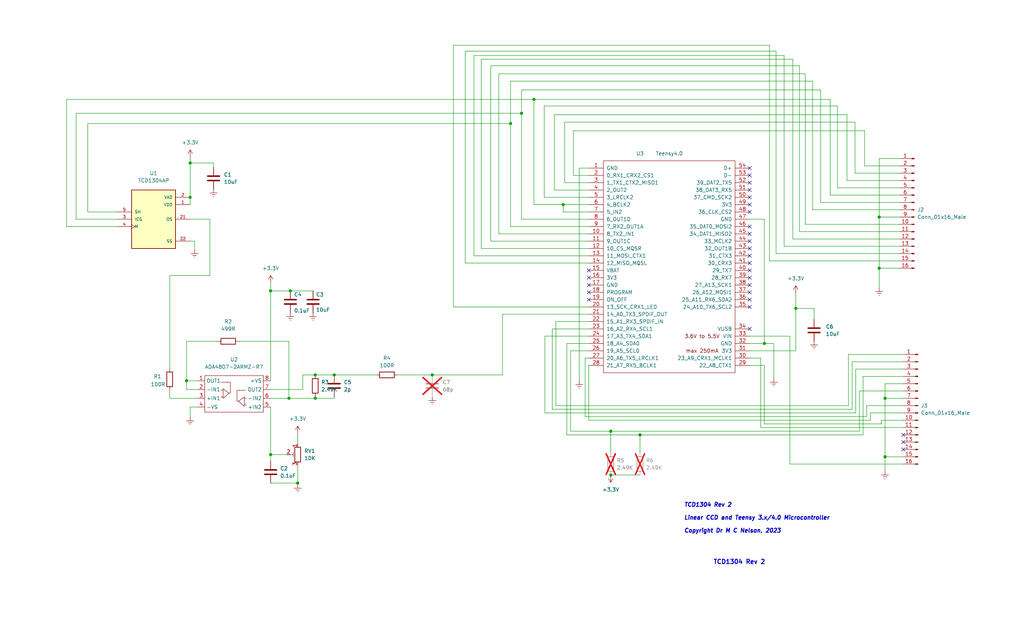
<source format=kicad_sch>
(kicad_sch (version 20250114) (generator "eeschema") (generator_version "9.0")
  (paper "USLegal")
  (lib_symbols
    (symbol "ADA4896-2:ADA4896-2"
      (property "Reference" "U" (at 0 5.08 0))
      (property "Value" "ADA4896-2" (at 0.508 7.874 0))
      (symbol "ADA4896-2_0_1"
        (polyline (pts (xy -10.16 6.35) (xy -10.16 -6.35) (xy 10.16 -6.35) (xy 10.16 6.35) (xy -10.16 6.35)))
        (polyline (pts (xy -3.81 1.778) (xy -3.81 -1.524) (xy -1.778 0.254) (xy -3.81 1.778)))
        (polyline (pts (xy -3.81 1.27) (xy -4.572 1.27)))
        (polyline (pts (xy -3.81 1.27) (xy -3.81 1.27)))
        (polyline (pts (xy -3.81 -1.016) (xy -4.572 -1.016)))
        (polyline (pts (xy -2.032 4.064) (xy -4.572 4.064)))
        (polyline (pts (xy -1.778 0.254) (xy -1.27 0.254) (xy -1.27 4.064) (xy -2.032 4.064)))
        (polyline (pts (xy 1.524 -2.54) (xy 1.016 -2.54) (xy 1.016 1.27) (xy 1.778 1.27)))
        (polyline (pts (xy 3.556 -1.016) (xy 3.556 -4.318) (xy 1.524 -2.54) (xy 3.556 -1.016)))
        (polyline (pts (xy 3.556 -1.524) (xy 3.556 -1.524)))
        (polyline (pts (xy 3.556 -1.524) (xy 4.318 -1.524)))
        (polyline (pts (xy 3.556 -3.81) (xy 4.318 -3.81)))
        (polyline (pts (xy 4.064 1.27) (xy 1.778 1.27)))
        (pin output line (at -12.7 4.572 0) (length 2.54) (name "OUT1") (number "1"))
        (pin input line (at -12.7 1.524 0) (length 2.54) (name "-IN1") (number "2"))
        (pin input line (at -12.7 -1.524 0) (length 2.54) (name "+IN1") (number "3"))
        (pin power_in line (at -12.7 -4.572 0) (length 2.54) (name "-VS") (number "4"))
        (pin power_in line (at 12.7 4.572 180) (length 2.54) (name "+VS") (number "8"))
        (pin output line (at 12.7 1.524 180) (length 2.54) (name "OUT2") (number "7"))
        (pin input line (at 12.7 -1.524 180) (length 2.54) (name "-IN2") (number "6"))
        (pin input line (at 12.7 -4.572 180) (length 2.54) (name "+IN2") (number "5"))
      )
    )
    (symbol "Connector:Conn_01x16_Male" (pin_names (offset 1.016) (hide yes))
      (property "Reference" "J" (at 0 20.32 0))
      (property "Value" "Conn_01x16_Male" (at 0 -22.86 0))
      (symbol "Conn_01x16_Male_1_1"
        (rectangle (start 0.8636 17.907) (end 0 17.653) (stroke (width 0.1524)) (fill (type outline)))
        (rectangle (start 0.8636 15.367) (end 0 15.113) (stroke (width 0.1524)) (fill (type outline)))
        (rectangle (start 0.8636 12.827) (end 0 12.573) (stroke (width 0.1524)) (fill (type outline)))
        (rectangle (start 0.8636 10.287) (end 0 10.033) (stroke (width 0.1524)) (fill (type outline)))
        (rectangle (start 0.8636 7.747) (end 0 7.493) (stroke (width 0.1524)) (fill (type outline)))
        (rectangle (start 0.8636 5.207) (end 0 4.953) (stroke (width 0.1524)) (fill (type outline)))
        (rectangle (start 0.8636 2.667) (end 0 2.413) (stroke (width 0.1524)) (fill (type outline)))
        (rectangle (start 0.8636 0.127) (end 0 -0.127) (stroke (width 0.1524)) (fill (type outline)))
        (rectangle (start 0.8636 -2.413) (end 0 -2.667) (stroke (width 0.1524)) (fill (type outline)))
        (rectangle (start 0.8636 -4.953) (end 0 -5.207) (stroke (width 0.1524)) (fill (type outline)))
        (rectangle (start 0.8636 -7.493) (end 0 -7.747) (stroke (width 0.1524)) (fill (type outline)))
        (rectangle (start 0.8636 -10.033) (end 0 -10.287) (stroke (width 0.1524)) (fill (type outline)))
        (rectangle (start 0.8636 -12.573) (end 0 -12.827) (stroke (width 0.1524)) (fill (type outline)))
        (rectangle (start 0.8636 -15.113) (end 0 -15.367) (stroke (width 0.1524)) (fill (type outline)))
        (rectangle (start 0.8636 -17.653) (end 0 -17.907) (stroke (width 0.1524)) (fill (type outline)))
        (rectangle (start 0.8636 -20.193) (end 0 -20.447) (stroke (width 0.1524)) (fill (type outline)))
        (polyline (pts (xy 1.27 17.78) (xy 0.8636 17.78)) (stroke (width 0.1524)))
        (polyline (pts (xy 1.27 15.24) (xy 0.8636 15.24)) (stroke (width 0.1524)))
        (polyline (pts (xy 1.27 12.7) (xy 0.8636 12.7)) (stroke (width 0.1524)))
        (polyline (pts (xy 1.27 10.16) (xy 0.8636 10.16)) (stroke (width 0.1524)))
        (polyline (pts (xy 1.27 7.62) (xy 0.8636 7.62)) (stroke (width 0.1524)))
        (polyline (pts (xy 1.27 5.08) (xy 0.8636 5.08)) (stroke (width 0.1524)))
        (polyline (pts (xy 1.27 2.54) (xy 0.8636 2.54)) (stroke (width 0.1524)))
        (polyline (pts (xy 1.27 0) (xy 0.8636 0)) (stroke (width 0.1524)))
        (polyline (pts (xy 1.27 -2.54) (xy 0.8636 -2.54)) (stroke (width 0.1524)))
        (polyline (pts (xy 1.27 -5.08) (xy 0.8636 -5.08)) (stroke (width 0.1524)))
        (polyline (pts (xy 1.27 -7.62) (xy 0.8636 -7.62)) (stroke (width 0.1524)))
        (polyline (pts (xy 1.27 -10.16) (xy 0.8636 -10.16)) (stroke (width 0.1524)))
        (polyline (pts (xy 1.27 -12.7) (xy 0.8636 -12.7)) (stroke (width 0.1524)))
        (polyline (pts (xy 1.27 -15.24) (xy 0.8636 -15.24)) (stroke (width 0.1524)))
        (polyline (pts (xy 1.27 -17.78) (xy 0.8636 -17.78)) (stroke (width 0.1524)))
        (polyline (pts (xy 1.27 -20.32) (xy 0.8636 -20.32)) (stroke (width 0.1524)))
        (pin passive line (at 5.08 17.78 180) (length 3.81) (name "Pin_1") (number "1"))
        (pin passive line (at 5.08 15.24 180) (length 3.81) (name "Pin_2") (number "2"))
        (pin passive line (at 5.08 12.7 180) (length 3.81) (name "Pin_3") (number "3"))
        (pin passive line (at 5.08 10.16 180) (length 3.81) (name "Pin_4") (number "4"))
        (pin passive line (at 5.08 7.62 180) (length 3.81) (name "Pin_5") (number "5"))
        (pin passive line (at 5.08 5.08 180) (length 3.81) (name "Pin_6") (number "6"))
        (pin passive line (at 5.08 2.54 180) (length 3.81) (name "Pin_7") (number "7"))
        (pin passive line (at 5.08 0 180) (length 3.81) (name "Pin_8") (number "8"))
        (pin passive line (at 5.08 -2.54 180) (length 3.81) (name "Pin_9") (number "9"))
        (pin passive line (at 5.08 -5.08 180) (length 3.81) (name "Pin_10") (number "10"))
        (pin passive line (at 5.08 -7.62 180) (length 3.81) (name "Pin_11") (number "11"))
        (pin passive line (at 5.08 -10.16 180) (length 3.81) (name "Pin_12") (number "12"))
        (pin passive line (at 5.08 -12.7 180) (length 3.81) (name "Pin_13") (number "13"))
        (pin passive line (at 5.08 -15.24 180) (length 3.81) (name "Pin_14") (number "14"))
        (pin passive line (at 5.08 -17.78 180) (length 3.81) (name "Pin_15") (number "15"))
        (pin passive line (at 5.08 -20.32 180) (length 3.81) (name "Pin_16") (number "16"))
      )
    )
    (symbol "Device:C" (pin_numbers (hide yes)) (pin_names (offset 0.254))
      (property "Reference" "C" (at 0.635 2.54 0))
      (property "Value" "C" (at 0.635 -2.54 0))
      (symbol "C_0_1"
        (polyline (pts (xy -2.032 0.762) (xy 2.032 0.762)) (stroke (width 0.508)))
        (polyline (pts (xy -2.032 -0.762) (xy 2.032 -0.762)) (stroke (width 0.508)))
      )
      (symbol "C_1_1"
        (pin passive line (at 0 3.81 270) (length 2.794) (name "~") (number "1"))
        (pin passive line (at 0 -3.81 90) (length 2.794) (name "~") (number "2"))
      )
    )
    (symbol "Device:R" (pin_numbers (hide yes)) (pin_names (offset 0))
      (property "Reference" "R" (at 2.032 0 90))
      (property "Value" "R" (at 0 0 90))
      (symbol "R_0_1"
        (rectangle (start -1.016 -2.54) (end 1.016 2.54) (stroke (width 0.254)))
      )
      (symbol "R_1_1"
        (pin passive line (at 0 3.81 270) (length 1.27) (name "~") (number "1"))
        (pin passive line (at 0 -3.81 90) (length 1.27) (name "~") (number "2"))
      )
    )
    (symbol "Device:R_Potentiometer_Trim" (pin_names (offset 1.016) (hide yes))
      (property "Reference" "RV" (at -4.445 0 90))
      (property "Value" "R_Potentiometer_Trim" (at -2.54 0 90))
      (symbol "R_Potentiometer_Trim_0_1"
        (rectangle (start 1.016 2.54) (end -1.016 -2.54) (stroke (width 0.254)))
        (polyline (pts (xy 1.524 0.762) (xy 1.524 -0.762)))
        (polyline (pts (xy 2.54 0) (xy 1.524 0)))
      )
      (symbol "R_Potentiometer_Trim_1_1"
        (pin passive line (at 0 3.81 270) (length 1.27) (name "1") (number "1"))
        (pin passive line (at 0 -3.81 90) (length 1.27) (name "3") (number "3"))
        (pin passive line (at 3.81 0 180) (length 1.27) (name "2") (number "2"))
      )
    )
    (symbol "TCD1304AP:TCD1304AP" (pin_names (offset 1.016))
      (property "Reference" "U" (at -7.6308 10.6831 0))
      (property "Value" "TCD1304AP" (at -7.636 -12.7267 0))
      (symbol "TCD1304AP_0_0"
        (rectangle (start -7.62 -10.16) (end 7.62 10.16) (stroke (width 0.254)) (fill (type background)))
        (pin input line (at -12.7 2.54 0) (length 5.08) (name "SH") (number "5"))
        (pin input line (at -12.7 0 0) (length 5.08) (name "ICG") (number "3"))
        (pin input clock (at -12.7 -2.54 0) (length 5.08) (name "M") (number "4"))
        (pin power_in line (at 12.7 7.62 180) (length 5.08) (name "VAD") (number "2"))
        (pin power_in line (at 12.7 5.08 180) (length 5.08) (name "VDD") (number "1"))
        (pin output line (at 12.7 0 180) (length 5.08) (name "OS") (number "21"))
        (pin power_in line (at 12.7 -7.62 180) (length 5.08) (name "SS") (number "22"))
      )
    )
    (symbol "Teensy:Teensy4.0" (pin_names (offset 1.016))
      (property "Reference" "U" (at 0 39.37 0))
      (property "Value" "Teensy4.0" (at 0 -39.37 0))
      (symbol "Teensy4.0_0_0"
        (text "3.6V to 5.5V" (at 11.43 -24.13 0) (effects (font (size 1.27 1.27))))
        (text "max 250mA" (at 11.43 -29.21 0) (effects (font (size 1.27 1.27))))
        (pin bidirectional line (at -27.94 24.13 0) (length 5.08) (name "3_LRCLK2") (number "5"))
        (pin bidirectional line (at -27.94 21.59 0) (length 5.08) (name "4_BCLK2") (number "6"))
        (pin bidirectional line (at -27.94 19.05 0) (length 5.08) (name "5_IN2") (number "7"))
        (pin bidirectional line (at -27.94 16.51 0) (length 5.08) (name "6_OUT1D") (number "8"))
        (pin bidirectional line (at -27.94 13.97 0) (length 5.08) (name "7_RX2_OUT1A") (number "9"))
        (pin bidirectional line (at -27.94 11.43 0) (length 5.08) (name "8_TX2_IN1") (number "10"))
        (pin bidirectional line (at -27.94 8.89 0) (length 5.08) (name "9_OUT1C") (number "11"))
        (pin bidirectional line (at -27.94 6.35 0) (length 5.08) (name "10_CS_MQSR") (number "12"))
        (pin bidirectional line (at -27.94 3.81 0) (length 5.08) (name "11_MOSI_CTX1") (number "13"))
        (pin bidirectional line (at -27.94 1.27 0) (length 5.08) (name "12_MISO_MQSL") (number "14"))
        (pin power_in line (at -27.94 -1.27 0) (length 5.08) (name "VBAT") (number "15"))
        (pin power_in line (at -27.94 -3.81 0) (length 5.08) (name "3V3") (number "16"))
        (pin power_in line (at -27.94 -6.35 0) (length 5.08) (name "GND") (number "17"))
        (pin input line (at -27.94 -8.89 0) (length 5.08) (name "PROGRAM") (number "18"))
        (pin input line (at -27.94 -11.43 0) (length 5.08) (name "ON_OFF") (number "19"))
        (pin bidirectional line (at -27.94 -13.97 0) (length 5.08) (name "13_SCK_CRX1_LED") (number "20"))
        (pin bidirectional line (at -27.94 -16.51 0) (length 5.08) (name "14_A0_TX3_SPDIF_OUT") (number "21"))
        (pin bidirectional line (at -27.94 -19.05 0) (length 5.08) (name "15_A1_RX3_SPDIF_IN") (number "22"))
        (pin bidirectional line (at -27.94 -21.59 0) (length 5.08) (name "16_A2_RX4_SCL1") (number "23"))
        (pin bidirectional line (at -27.94 -24.13 0) (length 5.08) (name "17_A3_TX4_SDA1") (number "24"))
        (pin bidirectional line (at -27.94 -26.67 0) (length 5.08) (name "18_A4_SDA0") (number "25"))
        (pin bidirectional line (at -27.94 -29.21 0) (length 5.08) (name "19_A5_SCL0") (number "26"))
        (pin bidirectional line (at -27.94 -31.75 0) (length 5.08) (name "20_A6_TX5_LRCLK1") (number "27"))
        (pin bidirectional line (at -27.94 -34.29 0) (length 5.08) (name "21_A7_RX5_BCLK1") (number "28"))
        (pin bidirectional line (at 27.94 34.29 180) (length 5.08) (name "D+") (number "54"))
        (pin bidirectional line (at 27.94 31.75 180) (length 5.08) (name "D-") (number "53"))
        (pin bidirectional line (at 27.94 29.21 180) (length 5.08) (name "39_DAT2_TX5") (number "52"))
        (pin bidirectional line (at 27.94 26.67 180) (length 5.08) (name "38_DAT3_RX5") (number "51"))
        (pin bidirectional line (at 27.94 24.13 180) (length 5.08) (name "37_CMD_SCK2") (number "50"))
        (pin power_out line (at 27.94 21.59 180) (length 5.08) (name "3V3") (number "49"))
        (pin bidirectional line (at 27.94 19.05 180) (length 5.08) (name "36_CLK_CS2") (number "48"))
        (pin power_out line (at 27.94 16.51 180) (length 5.08) (name "GND") (number "47"))
        (pin bidirectional line (at 27.94 13.97 180) (length 5.08) (name "35_DAT0_MOSI2") (number "46"))
        (pin bidirectional line (at 27.94 11.43 180) (length 5.08) (name "34_DAT1_MISO2") (number "45"))
        (pin bidirectional line (at 27.94 8.89 180) (length 5.08) (name "33_MCLK2") (number "44"))
        (pin bidirectional line (at 27.94 6.35 180) (length 5.08) (name "32_OUT1B") (number "43"))
        (pin bidirectional line (at 27.94 3.81 180) (length 5.08) (name "31_CTX3") (number "42"))
        (pin bidirectional line (at 27.94 1.27 180) (length 5.08) (name "30_CRX3") (number "41"))
        (pin bidirectional line (at 27.94 -1.27 180) (length 5.08) (name "29_TX7") (number "40"))
        (pin bidirectional line (at 27.94 -3.81 180) (length 5.08) (name "28_RX7") (number "39"))
        (pin bidirectional line (at 27.94 -6.35 180) (length 5.08) (name "27_A13_SCK1") (number "38"))
        (pin bidirectional line (at 27.94 -8.89 180) (length 5.08) (name "26_A12_MOSI1") (number "37"))
        (pin bidirectional line (at 27.94 -11.43 180) (length 5.08) (name "25_A11_RX6_SDA2") (number "36"))
        (pin bidirectional line (at 27.94 -13.97 180) (length 5.08) (name "24_A10_TX6_SCL2") (number "35"))
        (pin power_out line (at 27.94 -21.59 180) (length 5.08) (name "VUSB") (number "34"))
        (pin power_in line (at 27.94 -24.13 180) (length 5.08) (name "VIN") (number "33"))
        (pin power_in line (at 27.94 -26.67 180) (length 5.08) (name "GND") (number "32"))
        (pin power_out line (at 27.94 -29.21 180) (length 5.08) (name "3V3") (number "31"))
        (pin bidirectional line (at 27.94 -31.75 180) (length 5.08) (name "23_A9_CRX1_MCLK1") (number "30"))
        (pin bidirectional line (at 27.94 -34.29 180) (length 5.08) (name "22_A8_CTX1") (number "29"))
      )
      (symbol "Teensy4.0_0_1"
        (rectangle (start -22.86 36.83) (end 22.86 -36.83))
        (rectangle (start -20.32 -31.75) (end -20.32 -31.75))
      )
      (symbol "Teensy4.0_1_1"
        (pin power_in line (at -27.94 34.29 0) (length 5.08) (name "GND") (number "1"))
        (pin bidirectional line (at -27.94 31.75 0) (length 5.08) (name "0_RX1_CRX2_CS1") (number "2"))
        (pin bidirectional line (at -27.94 29.21 0) (length 5.08) (name "1_TX1_CTX2_MISO1") (number "3"))
        (pin bidirectional line (at -27.94 26.67 0) (length 5.08) (name "2_OUT2") (number "4"))
      )
    )
    (symbol "power:+3.3V" (power) (pin_names (offset 0))
      (property "Value" "+3.3V" (at 0 3.556 0))
      (symbol "+3.3V_0_1"
        (polyline (pts (xy -0.762 1.27) (xy 0 2.54)))
        (polyline (pts (xy 0 2.54) (xy 0.762 1.27)))
        (polyline (pts (xy 0 0) (xy 0 2.54)))
      )
      (symbol "+3.3V_1_1"
        (pin power_in line (at 0 0 90) (length 0) (hide yes) (name "+3.3V") (number "1"))
      )
    )
    (symbol "power:Earth" (power) (pin_names (offset 0))
      (symbol "Earth_0_1"
        (polyline (pts (xy -0.635 -1.905) (xy 0.635 -1.905)))
        (polyline (pts (xy -0.127 -2.54) (xy 0.127 -2.54)))
        (polyline (pts (xy 0 -1.27) (xy 0 0)))
        (polyline (pts (xy 1.27 -1.27) (xy -1.27 -1.27)))
      )
      (symbol "Earth_1_1"
        (pin power_in line (at 0 0 270) (length 0) (hide yes) (name "Earth") (number "1"))
      )
    )
  )
  (text "TCD1304 Rev 2\n\nLinear CCD and Teensy 3.x/4.0 Microcontroller\n\nCopyright Dr M C Nelson, 2023" (at 237.49 185.42 0) (effects (font (size 1.397 1.397) (thickness 0.3048) (bold yes) (italic yes)) (justify left bottom)))
  (text "TCD1304 Rev 2" (at 247.65 196.342 0) (effects (font (size 1.524 1.524) (thickness 0.3048) (bold yes)) (justify left bottom)))
  (junction (at 307.34 158.75))
  (junction (at 109.474 130.302))
  (junction (at 93.98 101.092))
  (junction (at 150.114 130.302))
  (junction (at 305.308 75.438))
  (junction (at 222.25 151.13))
  (junction (at 276.352 107.188))
  (junction (at 93.98 157.988))
  (junction (at 195.58 71.12))
  (junction (at 100.838 101.092))
  (junction (at 307.34 138.43))
  (junction (at 116.078 130.302))
  (junction (at 64.77 132.334))
  (junction (at 100.33 138.43))
  (junction (at 181.102 39.37))
  (junction (at 109.474 138.43))
  (junction (at 177.292 42.926))
  (junction (at 66.04 56.642))
  (junction (at 185.42 34.544))
  (junction (at 212.09 165.1))
  (junction (at 305.308 93.218))
  (junction (at 103.378 167.894))
  (junction (at 265.43 119.38))
  (junction (at 212.09 149.86))
  (junction (at 66.04 68.58))
  (no_connect (at 260.35 91.44))
  (no_connect (at 260.35 99.06))
  (no_connect (at 260.35 101.6))
  (no_connect (at 260.35 104.14))
  (no_connect (at 204.47 101.6))
  (no_connect (at 204.47 104.14))
  (no_connect (at 260.35 83.82))
  (no_connect (at 260.35 106.68))
  (no_connect (at 260.35 114.3))
  (no_connect (at 260.35 96.52))
  (no_connect (at 313.69 153.67))
  (no_connect (at 260.35 78.74))
  (no_connect (at 260.35 73.66))
  (no_connect (at 260.35 68.58))
  (no_connect (at 260.35 63.5))
  (no_connect (at 260.35 88.9))
  (no_connect (at 204.47 96.52))
  (no_connect (at 260.35 93.98))
  (no_connect (at 260.35 66.04))
  (no_connect (at 260.35 71.12))
  (no_connect (at 260.35 58.42))
  (no_connect (at 313.69 151.13))
  (no_connect (at 313.69 156.21))
  (no_connect (at 204.47 93.98))
  (no_connect (at 260.35 81.28))
  (no_connect (at 204.47 99.06))
  (no_connect (at 260.35 60.96))
  (no_connect (at 260.35 86.36))
  (wire (pts (xy 277.622 80.518) (xy 312.42 80.518)))
  (wire (pts (xy 67.564 83.82) (xy 67.564 86.868)))
  (wire (pts (xy 138.176 130.302) (xy 150.114 130.302)))
  (wire (pts (xy 66.04 145.034) (xy 66.04 141.478)))
  (wire (pts (xy 299.72 130.81) (xy 313.69 130.81)))
  (wire (pts (xy 212.09 149.86) (xy 212.09 157.48)))
  (wire (pts (xy 294.64 123.19) (xy 313.69 123.19)))
  (wire (pts (xy 312.42 85.598) (xy 272.288 85.598)))
  (wire (pts (xy 100.33 138.43) (xy 93.98 138.43)))
  (wire (pts (xy 260.35 121.92) (xy 276.352 121.92)))
  (wire (pts (xy 299.72 130.81) (xy 299.72 151.13)))
  (wire (pts (xy 312.42 65.278) (xy 290.83 65.278)))
  (wire (pts (xy 294.132 39.878) (xy 294.132 62.738)))
  (wire (pts (xy 68.58 138.43) (xy 58.928 138.43)))
  (wire (pts (xy 40.64 78.74) (xy 23.114 78.74)))
  (wire (pts (xy 290.83 65.278) (xy 290.83 36.83)))
  (wire (pts (xy 66.04 54.61) (xy 66.04 56.642)))
  (wire (pts (xy 93.98 157.988) (xy 93.98 141.478)))
  (wire (pts (xy 204.47 88.9) (xy 164.592 88.9)))
  (wire (pts (xy 274.32 161.29) (xy 313.69 161.29)))
  (wire (pts (xy 297.18 128.27) (xy 313.69 128.27)))
  (wire (pts (xy 204.47 66.04) (xy 192.532 66.04)))
  (wire (pts (xy 212.09 149.86) (xy 298.45 149.86)))
  (wire (pts (xy 305.308 75.438) (xy 305.308 93.218)))
  (wire (pts (xy 279.654 25.654) (xy 279.654 77.978)))
  (wire (pts (xy 204.47 76.2) (xy 181.102 76.2)))
  (wire (pts (xy 196.088 63.5) (xy 204.47 63.5)))
  (wire (pts (xy 276.352 107.188) (xy 276.352 101.854)))
  (wire (pts (xy 265.43 119.38) (xy 268.732 119.38)))
  (wire (pts (xy 300.99 144.78) (xy 300.99 140.97)))
  (wire (pts (xy 312.42 88.138) (xy 269.494 88.138)))
  (wire (pts (xy 116.078 138.43) (xy 116.078 137.922)))
  (wire (pts (xy 275.336 20.574) (xy 167.132 20.574)))
  (wire (pts (xy 74.168 58.166) (xy 74.168 56.642)))
  (wire (pts (xy 204.47 114.3) (xy 191.77 114.3)))
  (wire (pts (xy 203.2 124.46) (xy 204.47 124.46)))
  (wire (pts (xy 150.114 130.302) (xy 174.498 130.302)))
  (wire (pts (xy 58.928 95.758) (xy 72.898 95.758)))
  (wire (pts (xy 296.926 60.198) (xy 296.926 42.418)))
  (wire (pts (xy 312.42 55.118) (xy 305.308 55.118)))
  (wire (pts (xy 181.102 31.242) (xy 284.988 31.242)))
  (wire (pts (xy 64.77 118.618) (xy 64.77 132.334)))
  (wire (pts (xy 189.23 116.84) (xy 204.47 116.84)))
  (wire (pts (xy 305.308 55.118) (xy 305.308 75.438)))
  (wire (pts (xy 282.194 72.898) (xy 282.194 28.194)))
  (wire (pts (xy 267.208 15.748) (xy 267.208 90.678)))
  (wire (pts (xy 294.132 62.738) (xy 312.42 62.738)))
  (wire (pts (xy 66.04 68.58) (xy 66.04 71.12)))
  (wire (pts (xy 99.568 157.988) (xy 93.98 157.988)))
  (wire (pts (xy 274.32 116.84) (xy 274.32 161.29)))
  (wire (pts (xy 212.09 165.1) (xy 222.25 165.1)))
  (wire (pts (xy 177.292 42.926) (xy 177.292 78.74)))
  (wire (pts (xy 191.77 114.3) (xy 191.77 142.24)))
  (wire (pts (xy 164.592 19.304) (xy 164.592 88.9)))
  (wire (pts (xy 277.622 22.86) (xy 277.622 80.518)))
  (wire (pts (xy 307.34 158.75) (xy 313.69 158.75)))
  (wire (pts (xy 298.45 149.86) (xy 298.45 135.89)))
  (wire (pts (xy 170.434 83.82) (xy 170.434 22.86)))
  (wire (pts (xy 198.12 149.86) (xy 212.09 149.86)))
  (wire (pts (xy 297.18 143.51) (xy 297.18 128.27)))
  (wire (pts (xy 105.156 130.302) (xy 109.474 130.302)))
  (wire (pts (xy 312.42 90.678) (xy 267.208 90.678)))
  (wire (pts (xy 161.544 17.78) (xy 269.494 17.78)))
  (wire (pts (xy 305.308 93.218) (xy 312.42 93.218)))
  (wire (pts (xy 275.336 20.574) (xy 275.336 83.058)))
  (wire (pts (xy 64.77 135.382) (xy 64.77 132.334)))
  (wire (pts (xy 204.47 81.28) (xy 173.228 81.28)))
  (wire (pts (xy 300.228 57.658) (xy 312.42 57.658)))
  (wire (pts (xy 193.04 140.97) (xy 294.64 140.97)))
  (wire (pts (xy 68.58 135.382) (xy 64.77 135.382)))
  (wire (pts (xy 23.114 34.544) (xy 185.42 34.544)))
  (wire (pts (xy 288.29 67.818) (xy 312.42 67.818)))
  (wire (pts (xy 93.98 101.092) (xy 93.98 132.334)))
  (wire (pts (xy 26.416 39.37) (xy 26.416 76.2)))
  (wire (pts (xy 222.25 151.13) (xy 299.72 151.13)))
  (wire (pts (xy 167.132 20.574) (xy 167.132 86.36)))
  (wire (pts (xy 188.976 68.58) (xy 204.47 68.58)))
  (wire (pts (xy 272.288 19.304) (xy 164.592 19.304)))
  (wire (pts (xy 204.47 146.05) (xy 302.26 146.05)))
  (wire (pts (xy 181.102 39.37) (xy 181.102 76.2)))
  (wire (pts (xy 177.292 28.194) (xy 177.292 42.926)))
  (wire (pts (xy 189.23 143.51) (xy 297.18 143.51)))
  (wire (pts (xy 167.132 86.36) (xy 204.47 86.36)))
  (wire (pts (xy 298.45 135.89) (xy 313.69 135.89)))
  (wire (pts (xy 282.702 107.188) (xy 276.352 107.188)))
  (wire (pts (xy 306.07 146.05) (xy 313.69 146.05)))
  (wire (pts (xy 58.928 138.43) (xy 58.928 135.636)))
  (wire (pts (xy 222.25 151.13) (xy 222.25 157.48)))
  (wire (pts (xy 307.34 158.75) (xy 307.34 163.83)))
  (wire (pts (xy 196.85 151.13) (xy 222.25 151.13)))
  (wire (pts (xy 177.292 78.74) (xy 204.47 78.74)))
  (wire (pts (xy 204.47 121.92) (xy 198.12 121.92)))
  (wire (pts (xy 58.928 128.016) (xy 58.928 95.758)))
  (wire (pts (xy 192.532 39.878) (xy 294.132 39.878)))
  (wire (pts (xy 260.35 124.46) (xy 264.16 124.46)))
  (wire (pts (xy 260.35 76.2) (xy 265.43 76.2)))
  (wire (pts (xy 199.136 60.96) (xy 199.136 45.466)))
  (wire (pts (xy 103.378 161.798) (xy 103.378 167.894)))
  (wire (pts (xy 203.2 144.78) (xy 300.99 144.78)))
  (wire (pts (xy 30.48 73.66) (xy 40.64 73.66)))
  (wire (pts (xy 100.33 118.618) (xy 100.33 138.43)))
  (wire (pts (xy 185.42 34.544) (xy 185.42 71.12)))
  (wire (pts (xy 109.474 137.922) (xy 109.474 138.43)))
  (wire (pts (xy 268.732 119.38) (xy 268.732 131.572)))
  (wire (pts (xy 272.288 19.304) (xy 272.288 85.598)))
  (wire (pts (xy 204.47 83.82) (xy 170.434 83.82)))
  (wire (pts (xy 288.29 34.544) (xy 288.29 67.818)))
  (wire (pts (xy 193.04 140.97) (xy 193.04 111.76)))
  (wire (pts (xy 312.42 72.898) (xy 282.194 72.898)))
  (wire (pts (xy 26.416 76.2) (xy 40.64 76.2)))
  (wire (pts (xy 103.378 167.894) (xy 103.378 168.402)))
  (wire (pts (xy 193.04 111.76) (xy 204.47 111.76)))
  (wire (pts (xy 83.058 118.618) (xy 100.33 118.618)))
  (wire (pts (xy 181.102 39.37) (xy 181.102 31.242)))
  (wire (pts (xy 296.926 42.418) (xy 196.088 42.418)))
  (wire (pts (xy 191.77 142.24) (xy 295.91 142.24)))
  (wire (pts (xy 196.088 42.418) (xy 196.088 63.5)))
  (wire (pts (xy 290.83 36.83) (xy 188.976 36.83)))
  (wire (pts (xy 312.42 60.198) (xy 296.926 60.198)))
  (wire (pts (xy 204.47 119.38) (xy 196.85 119.38)))
  (wire (pts (xy 264.16 148.59) (xy 313.69 148.59)))
  (wire (pts (xy 109.474 138.43) (xy 116.078 138.43)))
  (wire (pts (xy 265.43 127) (xy 265.43 147.32)))
  (wire (pts (xy 93.98 167.894) (xy 103.378 167.894)))
  (wire (pts (xy 295.91 125.73) (xy 313.69 125.73)))
  (wire (pts (xy 305.308 93.218) (xy 305.308 100.076)))
  (wire (pts (xy 161.544 91.44) (xy 161.544 17.78)))
  (wire (pts (xy 264.16 124.46) (xy 264.16 148.59)))
  (wire (pts (xy 26.416 39.37) (xy 181.102 39.37)))
  (wire (pts (xy 188.976 36.83) (xy 188.976 68.58)))
  (wire (pts (xy 204.47 71.12) (xy 195.58 71.12)))
  (wire (pts (xy 302.26 146.05) (xy 302.26 143.51)))
  (wire (pts (xy 195.58 71.12) (xy 195.58 73.66)))
  (wire (pts (xy 199.136 45.466) (xy 300.228 45.466)))
  (wire (pts (xy 300.228 45.466) (xy 300.228 57.658)))
  (wire (pts (xy 204.47 91.44) (xy 161.544 91.44)))
  (wire (pts (xy 66.04 83.82) (xy 67.564 83.82)))
  (wire (pts (xy 195.58 73.66) (xy 204.47 73.66)))
  (wire (pts (xy 116.078 130.302) (xy 130.556 130.302)))
  (wire (pts (xy 260.35 116.84) (xy 274.32 116.84)))
  (wire (pts (xy 282.702 107.188) (xy 282.702 110.998)))
  (wire (pts (xy 313.69 133.35) (xy 307.34 133.35)))
  (wire (pts (xy 72.898 95.758) (xy 72.898 76.2)))
  (wire (pts (xy 109.474 130.302) (xy 116.078 130.302)))
  (wire (pts (xy 282.194 28.194) (xy 177.292 28.194)))
  (wire (pts (xy 279.654 77.978) (xy 312.42 77.978)))
  (wire (pts (xy 174.498 130.302) (xy 174.498 109.22)))
  (wire (pts (xy 30.48 42.926) (xy 30.48 73.66)))
  (wire (pts (xy 295.91 142.24) (xy 295.91 125.73)))
  (wire (pts (xy 105.156 135.382) (xy 105.156 130.302)))
  (wire (pts (xy 157.48 106.68) (xy 204.47 106.68)))
  (wire (pts (xy 302.26 143.51) (xy 313.69 143.51)))
  (wire (pts (xy 75.438 118.618) (xy 64.77 118.618)))
  (wire (pts (xy 307.34 138.43) (xy 307.34 158.75)))
  (wire (pts (xy 173.228 25.654) (xy 279.654 25.654)))
  (wire (pts (xy 265.43 147.32) (xy 306.07 147.32)))
  (wire (pts (xy 260.35 127) (xy 265.43 127)))
  (wire (pts (xy 203.2 124.46) (xy 203.2 144.78)))
  (wire (pts (xy 284.988 31.242) (xy 284.988 70.358)))
  (wire (pts (xy 174.498 109.22) (xy 204.47 109.22)))
  (wire (pts (xy 196.85 119.38) (xy 196.85 151.13)))
  (wire (pts (xy 66.04 76.2) (xy 72.898 76.2)))
  (wire (pts (xy 204.47 60.96) (xy 199.136 60.96)))
  (wire (pts (xy 260.35 119.38) (xy 265.43 119.38)))
  (wire (pts (xy 93.98 157.988) (xy 93.98 160.274)))
  (wire (pts (xy 204.47 127) (xy 204.47 146.05)))
  (wire (pts (xy 198.12 121.92) (xy 198.12 149.86)))
  (wire (pts (xy 30.48 42.926) (xy 177.292 42.926)))
  (wire (pts (xy 23.114 78.74) (xy 23.114 34.544)))
  (wire (pts (xy 192.532 66.04) (xy 192.532 39.878)))
  (wire (pts (xy 157.48 15.748) (xy 267.208 15.748)))
  (wire (pts (xy 170.434 22.86) (xy 277.622 22.86)))
  (wire (pts (xy 93.98 98.298) (xy 93.98 101.092)))
  (wire (pts (xy 74.168 56.642) (xy 66.04 56.642)))
  (wire (pts (xy 307.34 133.35) (xy 307.34 138.43)))
  (wire (pts (xy 276.352 121.92) (xy 276.352 107.188)))
  (wire (pts (xy 93.98 135.382) (xy 105.156 135.382)))
  (wire (pts (xy 157.48 106.68) (xy 157.48 15.748)))
  (wire (pts (xy 201.168 132.334) (xy 201.168 58.42)))
  (wire (pts (xy 185.42 71.12) (xy 195.58 71.12)))
  (wire (pts (xy 66.04 56.642) (xy 66.04 68.58)))
  (wire (pts (xy 108.712 101.092) (xy 100.838 101.092)))
  (wire (pts (xy 201.168 58.42) (xy 204.47 58.42)))
  (wire (pts (xy 275.336 83.058) (xy 312.42 83.058)))
  (wire (pts (xy 64.77 132.334) (xy 68.58 132.334)))
  (wire (pts (xy 294.64 140.97) (xy 294.64 123.19)))
  (wire (pts (xy 269.494 17.78) (xy 269.494 88.138)))
  (wire (pts (xy 300.99 140.97) (xy 313.69 140.97)))
  (wire (pts (xy 93.98 101.092) (xy 100.838 101.092)))
  (wire (pts (xy 284.988 70.358) (xy 312.42 70.358)))
  (wire (pts (xy 103.378 150.622) (xy 103.378 154.178)))
  (wire (pts (xy 189.23 143.51) (xy 189.23 116.84)))
  (wire (pts (xy 307.34 138.43) (xy 313.69 138.43)))
  (wire (pts (xy 305.308 75.438) (xy 312.42 75.438)))
  (wire (pts (xy 100.33 138.43) (xy 109.474 138.43)))
  (wire (pts (xy 185.42 34.544) (xy 288.29 34.544)))
  (wire (pts (xy 306.07 147.32) (xy 306.07 146.05)))
  (wire (pts (xy 265.43 76.2) (xy 265.43 119.38)))
  (wire (pts (xy 173.228 81.28) (xy 173.228 25.654)))
  (wire (pts (xy 66.04 141.478) (xy 68.58 141.478)))
  (symbol (lib_id "power:Earth") (at 305.308 100.076 0) (mirror y) (unit 1)
    (property "Reference" "#PWR020" (effects (hide yes)))
    (property "Value" "Earth" (effects (hide yes)))
  )
  (symbol (lib_id "Device:R") (at 58.928 131.826 0) (unit 1)
    (property "Reference" "R1" (at 53.34 130.81 0) (effects (justify left)))
    (property "Value" "100R" (at 52.324 133.604 0) (effects (justify left)))
    (property "Footprint" "Resistor_SMD:R_0805_2012Metric_Pad1.20x1.40mm_HandSolder" (effects (hide yes)))
    (property "Description" "RES 100 OHM 1% 1/8W 0603" (effects (hide yes)))
    (property "Digikey" "2019-RK73H1JTTD1000FCT-ND" (effects (hide yes)))
  )
  (symbol (lib_id "ADA4896-2:ADA4896-2") (at 81.28 136.906 0) (unit 1)
    (property "Reference" "U2" (at 81.28 124.968 0))
    (property "Value" "ADA4807-2ARMZ-R7" (at 81.28 127.508 0))
    (property "Footprint" "Package_SO:MSOP-8_3x3mm_P0.65mm" (effects (hide yes)))
    (property "Description" "IC VOLTAGE FEEDBACK 2 CIRC 8MSOP" (effects (hide yes)))
    (property "Digikey" "ADA4807-2ARMZ-R7CT-ND" (effects (hide yes)))
  )
  (symbol (lib_id "Device:C") (at 282.702 114.808 0) (unit 1)
    (property "Reference" "C6" (at 286.766 113.5379 0) (effects (justify left)))
    (property "Value" "10uF" (at 286.766 116.0779 0) (effects (justify left)))
    (property "Footprint" "Capacitor_SMD:C_0805_2012Metric_Pad1.18x1.45mm_HandSolder" (effects (hide yes)))
    (property "Description" "CAP CER 10UF 16V X5R 0603" (effects (hide yes)))
    (property "Digikey" "490-12317-1-ND" (effects (hide yes)))
  )
  (symbol (lib_id "Device:R") (at 79.248 118.618 90) (unit 1)
    (property "Reference" "R2" (at 79.248 111.76 90))
    (property "Value" "499R" (at 79.248 114.3 90))
    (property "Footprint" "Resistor_SMD:R_0805_2012Metric_Pad1.20x1.40mm_HandSolder" (effects (hide yes)))
    (property "Description" "RES 499 OHM 1% 1/8W 0603" (effects (hide yes)))
    (property "Digikey" "2019-RK73H1JTTD4990FCT-ND" (effects (hide yes)))
  )
  (symbol (lib_id "power:Earth") (at 201.168 132.334 0) (mirror y) (unit 1)
    (property "Reference" "#PWR013" (effects (hide yes)))
    (property "Value" "Earth" (effects (hide yes)))
  )
  (symbol (lib_id "Device:C") (at 74.168 61.976 0) (unit 1)
    (property "Reference" "C1" (at 77.724 60.7059 0) (effects (justify left)))
    (property "Value" "10uF" (at 77.724 63.2459 0) (effects (justify left)))
    (property "Footprint" "Capacitor_SMD:C_0805_2012Metric_Pad1.18x1.45mm_HandSolder" (effects (hide yes)))
    (property "Description" "CAP CER 10UF 16V X5R 0603" (effects (hide yes)))
    (property "Digikey" "490-12317-1-ND" (effects (hide yes)))
  )
  (symbol (lib_id "power:Earth") (at 103.378 168.402 0) (mirror y) (unit 1)
    (property "Reference" "#PWR08" (effects (hide yes)))
    (property "Value" "Earth" (effects (hide yes)))
  )
  (symbol (lib_id "Device:C") (at 150.114 134.112 0) (unit 1) (dnp yes)
    (property "Reference" "C7" (at 153.67 132.8419 0) (effects (justify left)))
    (property "Value" "68p" (at 153.67 135.3819 0) (effects (justify left)))
    (property "Footprint" "Capacitor_SMD:C_0805_2012Metric_Pad1.18x1.45mm_HandSolder" (effects (hide yes)))
    (property "Description" "CAP CER 0603 1NF 16V X7R 5%" (effects (hide yes)))
    (property "Digikey" "1276-1135-1-ND" (effects (hide yes)))
  )
  (symbol (lib_id "Device:R_Potentiometer_Trim") (at 103.378 157.988 0) (mirror y) (unit 1)
    (property "Reference" "RV1" (at 105.664 156.7179 0) (effects (justify right)))
    (property "Value" "10K" (at 105.664 159.2579 0) (effects (justify right)))
    (property "Footprint" "BournsTrimPot_3296W-1-502LF:TRIM_3296W-1-502LF" (effects (hide yes)))
    (property "Description" "TRIMMER 10K OHM 0.5W PC PIN TOP" (effects (hide yes)))
    (property "Digikey" "3296W-103LF-ND" (effects (hide yes)))
  )
  (symbol (lib_id "Connector:Conn_01x16_Male") (at 317.5 72.898 0) (mirror y) (unit 1)
    (property "Reference" "J2" (at 318.516 72.8979 0) (effects (justify right)))
    (property "Value" "Conn_01x16_Male" (at 318.516 75.4379 0) (effects (justify right)))
    (property "Footprint" "Connector_PinHeader_2.54mm:PinHeader_1x16_P2.54mm_Vertical" (effects (hide yes)))
    (property "Description" "CONN HEADER VERT 16POS 2.54MM" (effects (hide yes)))
    (property "Digikey" "3M156268-16-ND" (effects (hide yes)))
  )
  (symbol (lib_id "power:+3.3V") (at 276.352 101.854 0) (unit 1)
    (property "Reference" "#PWR017" (effects (hide yes)))
    (property "Value" "+3.3V" (at 276.352 96.774 0))
  )
  (symbol (lib_id "power:Earth") (at 268.732 131.572 0) (mirror y) (unit 1)
    (property "Reference" "#PWR016" (effects (hide yes)))
    (property "Value" "Earth" (effects (hide yes)))
  )
  (symbol (lib_id "Device:R") (at 109.474 134.112 0) (unit 1)
    (property "Reference" "R3" (at 111.506 132.8419 0) (effects (justify left)))
    (property "Value" "2.49K" (at 111.506 135.3819 0) (effects (justify left)))
    (property "Footprint" "Resistor_SMD:R_0805_2012Metric_Pad1.20x1.40mm_HandSolder" (effects (hide yes)))
    (property "Description" "RES 2.49K OHM 1% 1/10W 0603" (effects (hide yes)))
    (property "Digikey" "311-2.49KHRCT-ND" (effects (hide yes)))
  )
  (symbol (lib_id "power:Earth") (at 67.564 86.868 0) (mirror y) (unit 1)
    (property "Reference" "#PWR03" (effects (hide yes)))
    (property "Value" "Earth" (effects (hide yes)))
  )
  (symbol (lib_id "Device:R") (at 222.25 161.29 0) (unit 1) (dnp yes)
    (property "Reference" "R6" (at 224.282 160.0199 0) (effects (justify left)))
    (property "Value" "2.49K" (at 224.282 162.5599 0) (effects (justify left)))
    (property "Footprint" "Resistor_SMD:R_0805_2012Metric_Pad1.20x1.40mm_HandSolder" (effects (hide yes)))
    (property "Description" "RES 2.49K OHM 1% 1/10W 0603" (effects (hide yes)))
    (property "Digikey" "311-2.49KHRCT-ND" (effects (hide yes)))
  )
  (symbol (lib_id "Device:C") (at 100.838 104.902 0) (unit 1)
    (property "Reference" "C4" (at 102.108 102.362 0) (effects (justify left)))
    (property "Value" "0.1uF" (at 102.108 107.95 0) (effects (justify left)))
    (property "Footprint" "Capacitor_SMD:C_0805_2012Metric_Pad1.18x1.45mm_HandSolder" (effects (hide yes)))
    (property "Description" "CAP CER 0.1UF 25V X7R 0603" (effects (hide yes)))
    (property "Digikey" "399-C0603X104J3RACAUTOCT-ND" (effects (hide yes)))
  )
  (symbol (lib_id "power:Earth") (at 66.04 145.034 0) (mirror y) (unit 1)
    (property "Reference" "#PWR02" (effects (hide yes)))
    (property "Value" "Earth" (effects (hide yes)))
  )
  (symbol (lib_id "power:Earth") (at 150.114 137.922 0) (mirror y) (unit 1)
    (property "Reference" "#PWR0101" (effects (hide yes)))
    (property "Value" "Earth" (effects (hide yes)))
  )
  (symbol (lib_id "TCD1304AP:TCD1304AP") (at 53.34 76.2 0) (unit 1)
    (property "Reference" "U1" (at 53.34 60.198 0))
    (property "Value" "TCD1304AP" (at 53.34 62.738 0))
    (property "Footprint" "DIP1016W47P254L4210H372Q22" (effects (hide yes)))
    (property "Description" "CONN IC DIP SOCKET 22POS GOLD" (effects (hide yes)))
    (property "MANUFACTURER" "Toshiba" (effects (hide yes)))
    (property "Digikey" "110-87-422-41-001101" (effects (hide yes)))
  )
  (symbol (lib_id "Device:C") (at 93.98 164.084 0) (unit 1)
    (property "Reference" "C2" (at 97.282 162.8139 0) (effects (justify left)))
    (property "Value" "0.1uF" (at 97.282 165.3539 0) (effects (justify left)))
    (property "Footprint" "Capacitor_SMD:C_0805_2012Metric_Pad1.18x1.45mm_HandSolder" (effects (hide yes)))
    (property "Description" "CAP CER 0.1UF 25V X7R 0603" (effects (hide yes)))
    (property "Digikey" "399-C0603X104J3RACAUTOCT-ND" (effects (hide yes)))
  )
  (symbol (lib_id "Device:R") (at 212.09 161.29 0) (unit 1) (dnp yes)
    (property "Reference" "R5" (at 214.122 160.0199 0) (effects (justify left)))
    (property "Value" "2.49K" (at 214.122 162.5599 0) (effects (justify left)))
    (property "Footprint" "Resistor_SMD:R_0805_2012Metric_Pad1.20x1.40mm_HandSolder" (effects (hide yes)))
    (property "Description" "RES 2.49K OHM 1% 1/10W 0603" (effects (hide yes)))
    (property "Digikey" "311-2.49KHRCT-ND" (effects (hide yes)))
  )
  (symbol (lib_id "power:Earth") (at 282.702 118.618 0) (mirror y) (unit 1)
    (property "Reference" "#PWR018" (effects (hide yes)))
    (property "Value" "Earth" (effects (hide yes)))
  )
  (symbol (lib_id "power:Earth") (at 100.838 108.712 0) (mirror y) (unit 1)
    (property "Reference" "#PWR022" (effects (hide yes)))
    (property "Value" "Earth" (effects (hide yes)))
  )
  (symbol (lib_id "Teensy:Teensy4.0") (at 232.41 92.71 0) (unit 1)
    (property "Reference" "U3" (at 222.25 53.34 0))
    (property "Value" "Teensy4.0" (at 232.41 53.34 0))
    (property "Footprint" "teensy_footprints:Teensy40" (effects (hide yes)))
    (property "Description" "Teensy4.0" (effects (hide yes)))
    (property "Digikey" "1568-DEV-16997-ND" (effects (hide yes)))
  )
  (symbol (lib_id "power:+3.3V") (at 93.98 98.298 0) (unit 1)
    (property "Reference" "#PWR05" (effects (hide yes)))
    (property "Value" "+3.3V" (at 93.98 93.218 0))
  )
  (symbol (lib_id "Device:C") (at 108.712 104.902 0) (unit 1)
    (property "Reference" "C3" (at 109.728 102.362 0) (effects (justify left)))
    (property "Value" "10uF" (at 109.728 107.696 0) (effects (justify left)))
    (property "Footprint" "Capacitor_SMD:C_0805_2012Metric_Pad1.18x1.45mm_HandSolder" (effects (hide yes)))
    (property "Description" "CAP CER 10UF 16V X5R 0603" (effects (hide yes)))
    (property "Digikey" "490-12317-1-ND" (effects (hide yes)))
  )
  (symbol (lib_id "power:+3.3V") (at 103.378 150.622 0) (unit 1)
    (property "Reference" "#PWR07" (effects (hide yes)))
    (property "Value" "+3.3V" (at 103.378 145.542 0))
  )
  (symbol (lib_id "Device:R") (at 134.366 130.302 90) (unit 1)
    (property "Reference" "R4" (at 134.366 124.46 90))
    (property "Value" "100R" (at 134.366 127 90))
    (property "Footprint" "Resistor_SMD:R_0805_2012Metric_Pad1.20x1.40mm_HandSolder" (effects (hide yes)))
    (property "Description" "RES 100 OHM 1% 1/8W 0603" (effects (hide yes)))
    (property "Digikey" "2019-RK73H1JTTD1000FCT-ND" (effects (hide yes)))
  )
  (symbol (lib_id "power:Earth") (at 108.712 108.712 0) (mirror y) (unit 1)
    (property "Reference" "#PWR06" (effects (hide yes)))
    (property "Value" "Earth" (effects (hide yes)))
  )
  (symbol (lib_id "power:Earth") (at 74.168 65.786 0) (mirror y) (unit 1)
    (property "Reference" "#PWR04" (effects (hide yes)))
    (property "Value" "Earth" (effects (hide yes)))
  )
  (symbol (lib_id "power:Earth") (at 307.34 163.83 0) (mirror y) (unit 1)
    (property "Reference" "#PWR010" (effects (hide yes)))
    (property "Value" "Earth" (effects (hide yes)))
  )
  (symbol (lib_id "Connector:Conn_01x16_Male") (at 318.77 140.97 0) (mirror y) (unit 1)
    (property "Reference" "J3" (at 319.786 140.9699 0) (effects (justify right)))
    (property "Value" "Conn_01x16_Male" (at 319.786 143.5099 0) (effects (justify right)))
    (property "Footprint" "Connector_PinHeader_2.54mm:PinHeader_1x16_P2.54mm_Vertical" (effects (hide yes)))
    (property "Description" "CONN HEADER VERT 16POS 2.54MM" (effects (hide yes)))
    (property "Digikey" "3M156268-16-ND" (effects (hide yes)))
  )
  (symbol (lib_id "power:+3.3V") (at 66.04 54.61 0) (unit 1)
    (property "Reference" "#PWR01" (effects (hide yes)))
    (property "Value" "+3.3V" (at 66.04 49.53 0))
  )
  (symbol (lib_id "Device:C") (at 116.078 134.112 0) (unit 1)
    (property "Reference" "C5" (at 119.38 132.8419 0) (effects (justify left)))
    (property "Value" "2p" (at 119.38 135.3819 0) (effects (justify left)))
    (property "Footprint" "Capacitor_SMD:C_0805_2012Metric_Pad1.18x1.45mm_HandSolder" (effects (hide yes)))
    (property "Description" "CAP CER 2PF 250V C0G/NP0 0603" (effects (hide yes)))
    (property "Digikey" "1284-1196-1-ND" (effects (hide yes)))
  )
  (symbol (lib_id "power:+3.3V") (at 212.09 165.1 0) (mirror x) (unit 1)
    (property "Reference" "#PWR09" (effects (hide yes)))
    (property "Value" "+3.3V" (at 212.09 170.18 0))
  )
)
</source>
